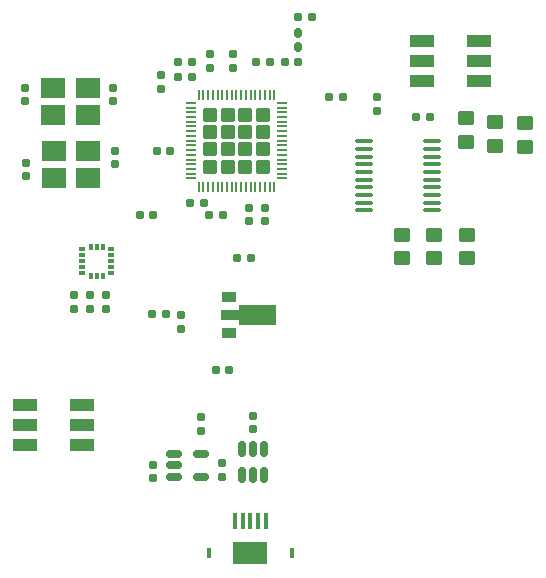
<source format=gtp>
G04 #@! TF.GenerationSoftware,KiCad,Pcbnew,7.0.5-7.0.5~ubuntu22.04.1*
G04 #@! TF.CreationDate,2023-06-04T23:43:18-04:00*
G04 #@! TF.ProjectId,reaction-trainer,72656163-7469-46f6-9e2d-747261696e65,1.0*
G04 #@! TF.SameCoordinates,Original*
G04 #@! TF.FileFunction,Paste,Top*
G04 #@! TF.FilePolarity,Positive*
%FSLAX46Y46*%
G04 Gerber Fmt 4.6, Leading zero omitted, Abs format (unit mm)*
G04 Created by KiCad (PCBNEW 7.0.5-7.0.5~ubuntu22.04.1) date 2023-06-04 23:43:18*
%MOMM*%
%LPD*%
G01*
G04 APERTURE LIST*
G04 Aperture macros list*
%AMRoundRect*
0 Rectangle with rounded corners*
0 $1 Rounding radius*
0 $2 $3 $4 $5 $6 $7 $8 $9 X,Y pos of 4 corners*
0 Add a 4 corners polygon primitive as box body*
4,1,4,$2,$3,$4,$5,$6,$7,$8,$9,$2,$3,0*
0 Add four circle primitives for the rounded corners*
1,1,$1+$1,$2,$3*
1,1,$1+$1,$4,$5*
1,1,$1+$1,$6,$7*
1,1,$1+$1,$8,$9*
0 Add four rect primitives between the rounded corners*
20,1,$1+$1,$2,$3,$4,$5,0*
20,1,$1+$1,$4,$5,$6,$7,0*
20,1,$1+$1,$6,$7,$8,$9,0*
20,1,$1+$1,$8,$9,$2,$3,0*%
%AMFreePoly0*
4,1,9,3.862500,-0.866500,0.737500,-0.866500,0.737500,-0.450000,-0.737500,-0.450000,-0.737500,0.450000,0.737500,0.450000,0.737500,0.866500,3.862500,0.866500,3.862500,-0.866500,3.862500,-0.866500,$1*%
G04 Aperture macros list end*
%ADD10R,2.100000X1.800000*%
%ADD11RoundRect,0.087500X0.187500X0.087500X-0.187500X0.087500X-0.187500X-0.087500X0.187500X-0.087500X0*%
%ADD12RoundRect,0.087500X0.087500X0.187500X-0.087500X0.187500X-0.087500X-0.187500X0.087500X-0.187500X0*%
%ADD13RoundRect,0.155000X-0.212500X-0.155000X0.212500X-0.155000X0.212500X0.155000X-0.212500X0.155000X0*%
%ADD14RoundRect,0.160000X0.197500X0.160000X-0.197500X0.160000X-0.197500X-0.160000X0.197500X-0.160000X0*%
%ADD15RoundRect,0.155000X0.155000X-0.212500X0.155000X0.212500X-0.155000X0.212500X-0.155000X-0.212500X0*%
%ADD16RoundRect,0.155000X-0.155000X0.212500X-0.155000X-0.212500X0.155000X-0.212500X0.155000X0.212500X0*%
%ADD17RoundRect,0.250000X0.450000X-0.350000X0.450000X0.350000X-0.450000X0.350000X-0.450000X-0.350000X0*%
%ADD18RoundRect,0.160000X-0.197500X-0.160000X0.197500X-0.160000X0.197500X0.160000X-0.197500X0.160000X0*%
%ADD19RoundRect,0.160000X-0.160000X0.197500X-0.160000X-0.197500X0.160000X-0.197500X0.160000X0.197500X0*%
%ADD20RoundRect,0.155000X0.212500X0.155000X-0.212500X0.155000X-0.212500X-0.155000X0.212500X-0.155000X0*%
%ADD21RoundRect,0.100000X-0.637500X-0.100000X0.637500X-0.100000X0.637500X0.100000X-0.637500X0.100000X0*%
%ADD22RoundRect,0.250000X-0.450000X0.350000X-0.450000X-0.350000X0.450000X-0.350000X0.450000X0.350000X0*%
%ADD23RoundRect,0.160000X-0.160000X0.222500X-0.160000X-0.222500X0.160000X-0.222500X0.160000X0.222500X0*%
%ADD24R,2.000000X1.100000*%
%ADD25R,1.300000X0.900000*%
%ADD26FreePoly0,0.000000*%
%ADD27RoundRect,0.250000X-0.369677X-0.369677X0.369677X-0.369677X0.369677X0.369677X-0.369677X0.369677X0*%
%ADD28RoundRect,0.062500X-0.400000X-0.062500X0.400000X-0.062500X0.400000X0.062500X-0.400000X0.062500X0*%
%ADD29RoundRect,0.062500X-0.062500X-0.400000X0.062500X-0.400000X0.062500X0.400000X-0.062500X0.400000X0*%
%ADD30RoundRect,0.160000X0.160000X-0.197500X0.160000X0.197500X-0.160000X0.197500X-0.160000X-0.197500X0*%
%ADD31RoundRect,0.150000X-0.512500X-0.150000X0.512500X-0.150000X0.512500X0.150000X-0.512500X0.150000X0*%
%ADD32R,0.300000X0.850000*%
%ADD33R,0.400000X1.350000*%
%ADD34R,2.900000X1.900000*%
%ADD35RoundRect,0.150000X0.150000X-0.512500X0.150000X0.512500X-0.150000X0.512500X-0.150000X-0.512500X0*%
G04 APERTURE END LIST*
D10*
X121310400Y-82467800D03*
X118410400Y-82467800D03*
X118410400Y-84767800D03*
X121310400Y-84767800D03*
D11*
X123272000Y-92821000D03*
X123272000Y-92321000D03*
X123272000Y-91821000D03*
X123272000Y-91321000D03*
X123272000Y-90821000D03*
D12*
X122547000Y-90596000D03*
X122047000Y-90596000D03*
X121547000Y-90596000D03*
D11*
X120822000Y-90821000D03*
X120822000Y-91321000D03*
X120822000Y-91821000D03*
X120822000Y-92321000D03*
X120822000Y-92821000D03*
D12*
X121547000Y-93046000D03*
X122047000Y-93046000D03*
X122547000Y-93046000D03*
D13*
X133942200Y-91541600D03*
X135077200Y-91541600D03*
D14*
X132716200Y-87884000D03*
X131521200Y-87884000D03*
D15*
X121513600Y-95826200D03*
X121513600Y-94691200D03*
D16*
X135280400Y-104884600D03*
X135280400Y-106019600D03*
D17*
X155803600Y-82060800D03*
X155803600Y-80060800D03*
D18*
X126719400Y-96316800D03*
X127914400Y-96316800D03*
D19*
X129184400Y-96341000D03*
X129184400Y-97536000D03*
D20*
X133257100Y-101041200D03*
X132122100Y-101041200D03*
D21*
X144711500Y-81657000D03*
X144711500Y-82307000D03*
X144711500Y-82957000D03*
X144711500Y-83607000D03*
X144711500Y-84257000D03*
X144711500Y-84907000D03*
X144711500Y-85557000D03*
X144711500Y-86207000D03*
X144711500Y-86857000D03*
X144711500Y-87507000D03*
X150436500Y-87507000D03*
X150436500Y-86857000D03*
X150436500Y-86207000D03*
X150436500Y-85557000D03*
X150436500Y-84907000D03*
X150436500Y-84257000D03*
X150436500Y-83607000D03*
X150436500Y-82957000D03*
X150436500Y-82307000D03*
X150436500Y-81657000D03*
D14*
X136702800Y-74980800D03*
X135507800Y-74980800D03*
D22*
X153416000Y-89560400D03*
X153416000Y-91560400D03*
X147878800Y-89560400D03*
X147878800Y-91560400D03*
D15*
X126847600Y-110202600D03*
X126847600Y-109067600D03*
D16*
X136296400Y-87307800D03*
X136296400Y-88442800D03*
D23*
X139125258Y-72515000D03*
X139125258Y-73660000D03*
D24*
X154432000Y-76581000D03*
X154432000Y-74881000D03*
X154432000Y-73181000D03*
X149632000Y-73181000D03*
X149632000Y-74881000D03*
X149632000Y-76581000D03*
D10*
X121289400Y-77133800D03*
X118389400Y-77133800D03*
X118389400Y-79433800D03*
X121289400Y-79433800D03*
D19*
X145745200Y-77900600D03*
X145745200Y-79095600D03*
D17*
X158292800Y-82111600D03*
X158292800Y-80111600D03*
D25*
X133279600Y-94867600D03*
D26*
X133367100Y-96367600D03*
D25*
X133279600Y-97867600D03*
D27*
X131670000Y-79395000D03*
X131670000Y-80870000D03*
X131670000Y-82345000D03*
X131670000Y-83820000D03*
X133145000Y-79395000D03*
X133145000Y-80870000D03*
X133145000Y-82345000D03*
X133145000Y-83820000D03*
X134620000Y-79395000D03*
X134620000Y-80870000D03*
X134620000Y-82345000D03*
X134620000Y-83820000D03*
X136095000Y-79395000D03*
X136095000Y-80870000D03*
X136095000Y-82345000D03*
X136095000Y-83820000D03*
D28*
X129995000Y-78407500D03*
X129995000Y-78807500D03*
X129995000Y-79207500D03*
X129995000Y-79607500D03*
X129995000Y-80007500D03*
X129995000Y-80407500D03*
X129995000Y-80807500D03*
X129995000Y-81207500D03*
X129995000Y-81607500D03*
X129995000Y-82007500D03*
X129995000Y-82407500D03*
X129995000Y-82807500D03*
X129995000Y-83207500D03*
X129995000Y-83607500D03*
X129995000Y-84007500D03*
X129995000Y-84407500D03*
X129995000Y-84807500D03*
D29*
X130682500Y-85495000D03*
X131082500Y-85495000D03*
X131482500Y-85495000D03*
X131882500Y-85495000D03*
X132282500Y-85495000D03*
X132682500Y-85495000D03*
X133082500Y-85495000D03*
X133482500Y-85495000D03*
X133882500Y-85495000D03*
X134282500Y-85495000D03*
X134682500Y-85495000D03*
X135082500Y-85495000D03*
X135482500Y-85495000D03*
X135882500Y-85495000D03*
X136282500Y-85495000D03*
X136682500Y-85495000D03*
X137082500Y-85495000D03*
D28*
X137770000Y-84807500D03*
X137770000Y-84407500D03*
X137770000Y-84007500D03*
X137770000Y-83607500D03*
X137770000Y-83207500D03*
X137770000Y-82807500D03*
X137770000Y-82407500D03*
X137770000Y-82007500D03*
X137770000Y-81607500D03*
X137770000Y-81207500D03*
X137770000Y-80807500D03*
X137770000Y-80407500D03*
X137770000Y-80007500D03*
X137770000Y-79607500D03*
X137770000Y-79207500D03*
X137770000Y-78807500D03*
X137770000Y-78407500D03*
D29*
X137082500Y-77720000D03*
X136682500Y-77720000D03*
X136282500Y-77720000D03*
X135882500Y-77720000D03*
X135482500Y-77720000D03*
X135082500Y-77720000D03*
X134682500Y-77720000D03*
X134282500Y-77720000D03*
X133882500Y-77720000D03*
X133482500Y-77720000D03*
X133082500Y-77720000D03*
X132682500Y-77720000D03*
X132282500Y-77720000D03*
X131882500Y-77720000D03*
X131482500Y-77720000D03*
X131082500Y-77720000D03*
X130682500Y-77720000D03*
D15*
X123469400Y-78282800D03*
X123469400Y-77147800D03*
D16*
X115976400Y-77147800D03*
X115976400Y-78282800D03*
X116103400Y-83497800D03*
X116103400Y-84632800D03*
D17*
X153314400Y-81686400D03*
X153314400Y-79686400D03*
D30*
X133553200Y-75464600D03*
X133553200Y-74269600D03*
D20*
X142867000Y-77876400D03*
X141732000Y-77876400D03*
D15*
X122834400Y-95826200D03*
X122834400Y-94691200D03*
D16*
X127508000Y-76081000D03*
X127508000Y-77216000D03*
D20*
X139131817Y-74981398D03*
X137996817Y-74981398D03*
D22*
X150571200Y-89560400D03*
X150571200Y-91560400D03*
D15*
X123596400Y-83616800D03*
X123596400Y-82481800D03*
D19*
X130860800Y-104977000D03*
X130860800Y-106172000D03*
D30*
X120091200Y-95886200D03*
X120091200Y-94691200D03*
D15*
X132689600Y-110050200D03*
X132689600Y-108915200D03*
D13*
X139128282Y-71120000D03*
X140263282Y-71120000D03*
D31*
X128574800Y-108153200D03*
X128574800Y-109103200D03*
X128574800Y-110053200D03*
X130849800Y-110053200D03*
X130849800Y-108153200D03*
D32*
X131566800Y-116517800D03*
X138566800Y-116517800D03*
D33*
X136366800Y-113842800D03*
X135716800Y-113842800D03*
X135066800Y-113842800D03*
X134416800Y-113842800D03*
X133766800Y-113842800D03*
D34*
X135066800Y-116517800D03*
D13*
X129979800Y-86868000D03*
X131114800Y-86868000D03*
X149098000Y-79603600D03*
X150233000Y-79603600D03*
X127143700Y-82499200D03*
X128278700Y-82499200D03*
X125712600Y-87884000D03*
X126847600Y-87884000D03*
D19*
X131673600Y-74269600D03*
X131673600Y-75464600D03*
D24*
X120764000Y-107364000D03*
X120764000Y-105664000D03*
X120764000Y-103964000D03*
X115964000Y-103964000D03*
X115964000Y-105664000D03*
X115964000Y-107364000D03*
D20*
X130107500Y-76200000D03*
X128972500Y-76200000D03*
X130107500Y-74930000D03*
X128972500Y-74930000D03*
D35*
X134330400Y-109951100D03*
X135280400Y-109951100D03*
X136230400Y-109951100D03*
X136230400Y-107676100D03*
X135280400Y-107676100D03*
X134330400Y-107676100D03*
D16*
X134924800Y-87307800D03*
X134924800Y-88442800D03*
M02*

</source>
